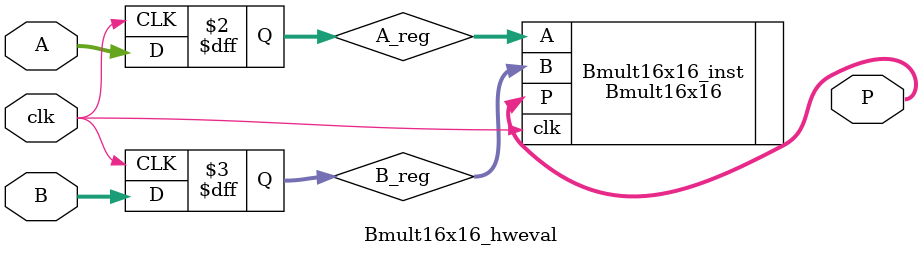
<source format=sv>
`timescale 1ns / 1ps

module Bmult16x16_hweval (
    input  logic          clk,
    input  logic [15 : 0] A,
    input  logic [15 : 0] B,
    output logic [31 : 0] P
    );

    logic [15 : 0] A_reg;
    logic [15 : 0] B_reg;

    always_ff @(posedge clk) begin
        A_reg <= A;
        B_reg <= B;
    end

    Bmult16x16 Bmult16x16_inst (
        .clk(clk  ),
        .A  (A_reg),
        .B  (B_reg),
        .P  (P    ));

endmodule
</source>
